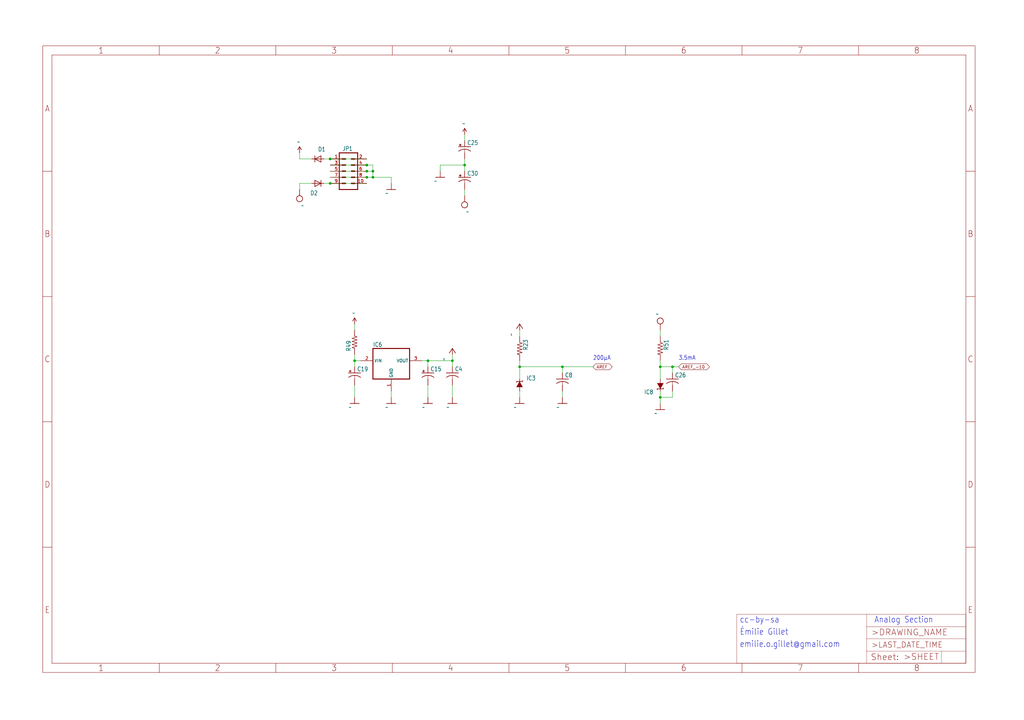
<source format=kicad_sch>
(kicad_sch (version 20211123) (generator eeschema)
  (paper "User" 425.45 299.161)
  (lib_symbols
    (symbol "braids-eagle-import:+3V3" (power)
      (property "Value" "+3V3" (at -2.54 -5.08 90))
      (symbol "+3V3_1_0"
        (polyline (pts (xy 0 0) (xy -1.27 -1.905)) (stroke (width 0.254)))
        (polyline (pts (xy 1.27 -1.905) (xy 0 0)) (stroke (width 0.254)))
        (pin power_in line (at 0 -2.54 90) (length 2.54) (name "+3V3") (number "1"))
      )
    )
    (symbol "braids-eagle-import:A3L-LOC"
      (symbol "A3L-LOC_1_0"
        (polyline (pts (xy 0 52.07) (xy 3.81 52.07)))
        (polyline (pts (xy 0 104.14) (xy 3.81 104.14)))
        (polyline (pts (xy 0 156.21) (xy 3.81 156.21)))
        (polyline (pts (xy 0 208.28) (xy 3.81 208.28)))
        (polyline (pts (xy 3.81 3.81) (xy 3.81 256.54)))
        (polyline (pts (xy 48.4188 0) (xy 48.4188 3.81)))
        (polyline (pts (xy 48.4188 256.54) (xy 48.4188 260.35)))
        (polyline (pts (xy 96.8375 0) (xy 96.8375 3.81)))
        (polyline (pts (xy 96.8375 256.54) (xy 96.8375 260.35)))
        (polyline (pts (xy 145.2563 0) (xy 145.2563 3.81)))
        (polyline (pts (xy 145.2563 256.54) (xy 145.2563 260.35)))
        (polyline (pts (xy 193.675 0) (xy 193.675 3.81)))
        (polyline (pts (xy 193.675 256.54) (xy 193.675 260.35)))
        (polyline (pts (xy 242.0938 0) (xy 242.0938 3.81)))
        (polyline (pts (xy 242.0938 256.54) (xy 242.0938 260.35)))
        (polyline (pts (xy 288.29 3.81) (xy 288.29 24.13)) (stroke (width 0.1016)))
        (polyline (pts (xy 288.29 3.81) (xy 342.265 3.81)) (stroke (width 0.1016)))
        (polyline (pts (xy 288.29 24.13) (xy 342.265 24.13)) (stroke (width 0.1016)))
        (polyline (pts (xy 290.5125 0) (xy 290.5125 3.81)))
        (polyline (pts (xy 290.5125 256.54) (xy 290.5125 260.35)))
        (polyline (pts (xy 338.9313 0) (xy 338.9313 3.81)))
        (polyline (pts (xy 338.9313 256.54) (xy 338.9313 260.35)))
        (polyline (pts (xy 342.265 3.81) (xy 373.38 3.81)) (stroke (width 0.1016)))
        (polyline (pts (xy 342.265 8.89) (xy 342.265 3.81)) (stroke (width 0.1016)))
        (polyline (pts (xy 342.265 8.89) (xy 342.265 13.97)) (stroke (width 0.1016)))
        (polyline (pts (xy 342.265 13.97) (xy 342.265 19.05)) (stroke (width 0.1016)))
        (polyline (pts (xy 342.265 13.97) (xy 383.54 13.97)) (stroke (width 0.1016)))
        (polyline (pts (xy 342.265 19.05) (xy 342.265 24.13)) (stroke (width 0.1016)))
        (polyline (pts (xy 342.265 19.05) (xy 383.54 19.05)) (stroke (width 0.1016)))
        (polyline (pts (xy 342.265 24.13) (xy 383.54 24.13)) (stroke (width 0.1016)))
        (polyline (pts (xy 373.38 3.81) (xy 373.38 8.89)) (stroke (width 0.1016)))
        (polyline (pts (xy 373.38 3.81) (xy 383.54 3.81)) (stroke (width 0.1016)))
        (polyline (pts (xy 373.38 8.89) (xy 342.265 8.89)) (stroke (width 0.1016)))
        (polyline (pts (xy 373.38 8.89) (xy 383.54 8.89)) (stroke (width 0.1016)))
        (polyline (pts (xy 383.54 3.81) (xy 3.81 3.81)))
        (polyline (pts (xy 383.54 3.81) (xy 383.54 8.89)) (stroke (width 0.1016)))
        (polyline (pts (xy 383.54 3.81) (xy 383.54 256.54)))
        (polyline (pts (xy 383.54 8.89) (xy 383.54 13.97)) (stroke (width 0.1016)))
        (polyline (pts (xy 383.54 13.97) (xy 383.54 19.05)) (stroke (width 0.1016)))
        (polyline (pts (xy 383.54 19.05) (xy 383.54 24.13)) (stroke (width 0.1016)))
        (polyline (pts (xy 383.54 52.07) (xy 387.35 52.07)))
        (polyline (pts (xy 383.54 104.14) (xy 387.35 104.14)))
        (polyline (pts (xy 383.54 156.21) (xy 387.35 156.21)))
        (polyline (pts (xy 383.54 208.28) (xy 387.35 208.28)))
        (polyline (pts (xy 383.54 256.54) (xy 3.81 256.54)))
        (polyline (pts (xy 0 0) (xy 387.35 0) (xy 387.35 260.35) (xy 0 260.35) (xy 0 0)))
        (text "1" (at 24.2094 1.905 0) (effects (font (size 2.54 2.286))))
        (text "1" (at 24.2094 258.445 0) (effects (font (size 2.54 2.286))))
        (text "2" (at 72.6281 1.905 0) (effects (font (size 2.54 2.286))))
        (text "2" (at 72.6281 258.445 0) (effects (font (size 2.54 2.286))))
        (text "3" (at 121.0469 1.905 0) (effects (font (size 2.54 2.286))))
        (text "3" (at 121.0469 258.445 0) (effects (font (size 2.54 2.286))))
        (text "4" (at 169.4656 1.905 0) (effects (font (size 2.54 2.286))))
        (text "4" (at 169.4656 258.445 0) (effects (font (size 2.54 2.286))))
        (text "5" (at 217.8844 1.905 0) (effects (font (size 2.54 2.286))))
        (text "5" (at 217.8844 258.445 0) (effects (font (size 2.54 2.286))))
        (text "6" (at 266.3031 1.905 0) (effects (font (size 2.54 2.286))))
        (text "6" (at 266.3031 258.445 0) (effects (font (size 2.54 2.286))))
        (text "7" (at 314.7219 1.905 0) (effects (font (size 2.54 2.286))))
        (text "7" (at 314.7219 258.445 0) (effects (font (size 2.54 2.286))))
        (text "8" (at 363.1406 1.905 0) (effects (font (size 2.54 2.286))))
        (text "8" (at 363.1406 258.445 0) (effects (font (size 2.54 2.286))))
        (text ">DRAWING_NAME" (at 344.17 15.24 0) (effects (font (size 2.54 2.54)) (justify left bottom)))
        (text ">LAST_DATE_TIME" (at 344.17 10.16 0) (effects (font (size 2.286 2.286)) (justify left bottom)))
        (text ">SHEET" (at 357.505 5.08 0) (effects (font (size 2.54 2.54)) (justify left bottom)))
        (text "A" (at 1.905 234.315 0) (effects (font (size 2.54 2.286))))
        (text "A" (at 385.445 234.315 0) (effects (font (size 2.54 2.286))))
        (text "B" (at 1.905 182.245 0) (effects (font (size 2.54 2.286))))
        (text "B" (at 385.445 182.245 0) (effects (font (size 2.54 2.286))))
        (text "C" (at 1.905 130.175 0) (effects (font (size 2.54 2.286))))
        (text "C" (at 385.445 130.175 0) (effects (font (size 2.54 2.286))))
        (text "D" (at 1.905 78.105 0) (effects (font (size 2.54 2.286))))
        (text "D" (at 385.445 78.105 0) (effects (font (size 2.54 2.286))))
        (text "E" (at 1.905 26.035 0) (effects (font (size 2.54 2.286))))
        (text "E" (at 385.445 26.035 0) (effects (font (size 2.54 2.286))))
        (text "Sheet:" (at 343.916 4.953 0) (effects (font (size 2.54 2.54)) (justify left bottom)))
      )
    )
    (symbol "braids-eagle-import:C-USC0603"
      (property "Reference" "C" (at 1.016 0.635 0))
      (property "Value" "C-USC0603" (at 1.016 -4.191 0))
      (symbol "C-USC0603_1_0"
        (arc (start 0 -1.0161) (mid -1.302 -1.2303) (end -2.4668 -1.8504) (stroke (width 0.254)))
        (polyline (pts (xy -2.54 0) (xy 2.54 0)) (stroke (width 0.254)))
        (polyline (pts (xy 0 -1.016) (xy 0 -2.54)) (stroke (width 0.1524)))
        (arc (start 2.4892 -1.8542) (mid 1.3158 -1.2195) (end 0 -1) (stroke (width 0.254)))
        (pin passive line (at 0 2.54 270) (length 2.54) (name "1") (number "1"))
        (pin passive line (at 0 -5.08 90) (length 2.54) (name "2") (number "2"))
      )
    )
    (symbol "braids-eagle-import:CPOL-USC"
      (property "Reference" "C" (at 1.016 0.635 0))
      (property "Value" "CPOL-USC" (at 1.016 -4.191 0))
      (symbol "CPOL-USC_1_0"
        (rectangle (start -2.253 0.668) (end -1.364 0.795) (fill (type outline)))
        (rectangle (start -1.872 0.287) (end -1.745 1.176) (fill (type outline)))
        (arc (start 0 -1.0161) (mid -1.3021 -1.2302) (end -2.4669 -1.8504) (stroke (width 0.254)))
        (polyline (pts (xy -2.54 0) (xy 2.54 0)) (stroke (width 0.254)))
        (polyline (pts (xy 0 -1.016) (xy 0 -2.54)) (stroke (width 0.1524)))
        (arc (start 2.4892 -1.8542) (mid 1.3158 -1.2195) (end 0 -1) (stroke (width 0.254)))
        (pin passive line (at 0 2.54 270) (length 2.54) (name "+") (number "+"))
        (pin passive line (at 0 -5.08 90) (length 2.54) (name "-") (number "-"))
      )
    )
    (symbol "braids-eagle-import:CPOL-USD"
      (property "Reference" "C" (at 1.016 0.635 0))
      (property "Value" "CPOL-USD" (at 1.016 -4.191 0))
      (symbol "CPOL-USD_1_0"
        (rectangle (start -2.253 0.668) (end -1.364 0.795) (fill (type outline)))
        (rectangle (start -1.872 0.287) (end -1.745 1.176) (fill (type outline)))
        (arc (start 0 -1.0161) (mid -1.3021 -1.2302) (end -2.4669 -1.8504) (stroke (width 0.254)))
        (polyline (pts (xy -2.54 0) (xy 2.54 0)) (stroke (width 0.254)))
        (polyline (pts (xy 0 -1.016) (xy 0 -2.54)) (stroke (width 0.1524)))
        (arc (start 2.4892 -1.8542) (mid 1.3158 -1.2195) (end 0 -1) (stroke (width 0.254)))
        (pin passive line (at 0 2.54 270) (length 2.54) (name "+") (number "+"))
        (pin passive line (at 0 -5.08 90) (length 2.54) (name "-") (number "-"))
      )
    )
    (symbol "braids-eagle-import:DIODE-SOD123"
      (property "Reference" "D" (at 2.54 0.4826 0))
      (property "Value" "DIODE-SOD123" (at 2.54 -2.3114 0))
      (symbol "DIODE-SOD123_1_0"
        (polyline (pts (xy -1.27 -1.27) (xy 1.27 0)) (stroke (width 0.254)))
        (polyline (pts (xy -1.27 1.27) (xy -1.27 -1.27)) (stroke (width 0.254)))
        (polyline (pts (xy 1.27 0) (xy -1.27 1.27)) (stroke (width 0.254)))
        (polyline (pts (xy 1.27 0) (xy 1.27 -1.27)) (stroke (width 0.254)))
        (polyline (pts (xy 1.27 1.27) (xy 1.27 0)) (stroke (width 0.254)))
        (pin passive line (at -2.54 0 0) (length 2.54) (name "A") (number "A"))
        (pin passive line (at 2.54 0 180) (length 2.54) (name "C") (number "C"))
      )
    )
    (symbol "braids-eagle-import:GND" (power)
      (property "Value" "GND" (at -2.54 -2.54 0))
      (symbol "GND_1_0"
        (polyline (pts (xy -1.905 0) (xy 1.905 0)) (stroke (width 0.254)))
        (pin power_in line (at 0 2.54 270) (length 2.54) (name "GND") (number "1"))
      )
    )
    (symbol "braids-eagle-import:LM4041DBZ"
      (property "Reference" "IC" (at 2.794 1.905 0))
      (property "Value" "LM4041DBZ" (at 2.794 -0.889 0))
      (symbol "LM4041DBZ_1_0"
        (polyline (pts (xy -1.27 1.524) (xy -1.27 1.143)) (stroke (width 0.254)))
        (polyline (pts (xy 0 1.524) (xy -1.27 1.524)) (stroke (width 0.254)))
        (polyline (pts (xy 1.27 1.524) (xy 0 1.524)) (stroke (width 0.254)))
        (polyline (pts (xy 1.27 1.905) (xy 1.27 1.524)) (stroke (width 0.254)))
        (polyline (pts (xy 0 1.524) (xy -1.27 -0.762) (xy 1.27 -0.762)) (fill (type outline)))
        (pin passive line (at 0 2.54 270) (length 2.54) (name "C") (number "1"))
        (pin passive line (at 0 -2.54 90) (length 2.54) (name "A") (number "2"))
      )
    )
    (symbol "braids-eagle-import:M05X2PTH"
      (property "Reference" "JP" (at -2.54 8.382 0))
      (property "Value" "M05X2PTH" (at -2.54 -10.16 0))
      (symbol "M05X2PTH_1_0"
        (polyline (pts (xy -3.81 7.62) (xy -3.81 -7.62)) (stroke (width 0.4064)))
        (polyline (pts (xy -3.81 7.62) (xy 3.81 7.62)) (stroke (width 0.4064)))
        (polyline (pts (xy -1.27 -5.08) (xy -2.54 -5.08)) (stroke (width 0.6096)))
        (polyline (pts (xy -1.27 -2.54) (xy -2.54 -2.54)) (stroke (width 0.6096)))
        (polyline (pts (xy -1.27 0) (xy -2.54 0)) (stroke (width 0.6096)))
        (polyline (pts (xy -1.27 2.54) (xy -2.54 2.54)) (stroke (width 0.6096)))
        (polyline (pts (xy -1.27 5.08) (xy -2.54 5.08)) (stroke (width 0.6096)))
        (polyline (pts (xy 1.27 -5.08) (xy 2.54 -5.08)) (stroke (width 0.6096)))
        (polyline (pts (xy 1.27 -2.54) (xy 2.54 -2.54)) (stroke (width 0.6096)))
        (polyline (pts (xy 1.27 0) (xy 2.54 0)) (stroke (width 0.6096)))
        (polyline (pts (xy 1.27 2.54) (xy 2.54 2.54)) (stroke (width 0.6096)))
        (polyline (pts (xy 1.27 5.08) (xy 2.54 5.08)) (stroke (width 0.6096)))
        (polyline (pts (xy 3.81 -7.62) (xy -3.81 -7.62)) (stroke (width 0.4064)))
        (polyline (pts (xy 3.81 -7.62) (xy 3.81 7.62)) (stroke (width 0.4064)))
        (pin passive line (at -7.62 5.08 0) (length 5.08) (name "1") (number "1"))
        (pin passive line (at 7.62 -5.08 180) (length 5.08) (name "10") (number "10"))
        (pin passive line (at 7.62 5.08 180) (length 5.08) (name "2") (number "2"))
        (pin passive line (at -7.62 2.54 0) (length 5.08) (name "3") (number "3"))
        (pin passive line (at 7.62 2.54 180) (length 5.08) (name "4") (number "4"))
        (pin passive line (at -7.62 0 0) (length 5.08) (name "5") (number "5"))
        (pin passive line (at 7.62 0 180) (length 5.08) (name "6") (number "6"))
        (pin passive line (at -7.62 -2.54 0) (length 5.08) (name "7") (number "7"))
        (pin passive line (at 7.62 -2.54 180) (length 5.08) (name "8") (number "8"))
        (pin passive line (at -7.62 -5.08 0) (length 5.08) (name "9") (number "9"))
      )
    )
    (symbol "braids-eagle-import:R-US_R0603"
      (property "Reference" "R" (at -3.81 1.4986 0))
      (property "Value" "R-US_R0603" (at -3.81 -3.302 0))
      (symbol "R-US_R0603_1_0"
        (polyline (pts (xy -2.54 0) (xy -2.159 1.016)) (stroke (width 0.2032)))
        (polyline (pts (xy -2.159 1.016) (xy -1.524 -1.016)) (stroke (width 0.2032)))
        (polyline (pts (xy -1.524 -1.016) (xy -0.889 1.016)) (stroke (width 0.2032)))
        (polyline (pts (xy -0.889 1.016) (xy -0.254 -1.016)) (stroke (width 0.2032)))
        (polyline (pts (xy -0.254 -1.016) (xy 0.381 1.016)) (stroke (width 0.2032)))
        (polyline (pts (xy 0.381 1.016) (xy 1.016 -1.016)) (stroke (width 0.2032)))
        (polyline (pts (xy 1.016 -1.016) (xy 1.651 1.016)) (stroke (width 0.2032)))
        (polyline (pts (xy 1.651 1.016) (xy 2.286 -1.016)) (stroke (width 0.2032)))
        (polyline (pts (xy 2.286 -1.016) (xy 2.54 0)) (stroke (width 0.2032)))
        (pin passive line (at -5.08 0 0) (length 2.54) (name "1") (number "1"))
        (pin passive line (at 5.08 0 180) (length 2.54) (name "2") (number "2"))
      )
    )
    (symbol "braids-eagle-import:R-US_R1206"
      (property "Reference" "R" (at -3.81 1.4986 0))
      (property "Value" "R-US_R1206" (at -3.81 -3.302 0))
      (symbol "R-US_R1206_1_0"
        (polyline (pts (xy -2.54 0) (xy -2.159 1.016)) (stroke (width 0.2032)))
        (polyline (pts (xy -2.159 1.016) (xy -1.524 -1.016)) (stroke (width 0.2032)))
        (polyline (pts (xy -1.524 -1.016) (xy -0.889 1.016)) (stroke (width 0.2032)))
        (polyline (pts (xy -0.889 1.016) (xy -0.254 -1.016)) (stroke (width 0.2032)))
        (polyline (pts (xy -0.254 -1.016) (xy 0.381 1.016)) (stroke (width 0.2032)))
        (polyline (pts (xy 0.381 1.016) (xy 1.016 -1.016)) (stroke (width 0.2032)))
        (polyline (pts (xy 1.016 -1.016) (xy 1.651 1.016)) (stroke (width 0.2032)))
        (polyline (pts (xy 1.651 1.016) (xy 2.286 -1.016)) (stroke (width 0.2032)))
        (polyline (pts (xy 2.286 -1.016) (xy 2.54 0)) (stroke (width 0.2032)))
        (pin passive line (at -5.08 0 0) (length 2.54) (name "1") (number "1"))
        (pin passive line (at 5.08 0 180) (length 2.54) (name "2") (number "2"))
      )
    )
    (symbol "braids-eagle-import:REG1117T"
      (property "Reference" "IC" (at -7.62 5.715 0))
      (property "Value" "REG1117T" (at -5.08 2.54 0))
      (symbol "REG1117T_1_0"
        (polyline (pts (xy -7.62 -7.62) (xy 7.62 -7.62)) (stroke (width 0.4064)))
        (polyline (pts (xy -7.62 5.08) (xy -7.62 -7.62)) (stroke (width 0.4064)))
        (polyline (pts (xy 7.62 -7.62) (xy 7.62 5.08)) (stroke (width 0.4064)))
        (polyline (pts (xy 7.62 5.08) (xy -7.62 5.08)) (stroke (width 0.4064)))
        (pin power_in line (at 0 -12.7 90) (length 5.08) (name "GND") (number "1"))
        (pin input line (at -12.7 0 0) (length 5.08) (name "VIN") (number "2"))
        (pin output line (at 12.7 0 180) (length 5.08) (name "VOUT") (number "3"))
      )
    )
    (symbol "braids-eagle-import:VCC" (power)
      (property "Value" "VCC" (at -1.016 3.556 0))
      (symbol "VCC_1_0"
        (polyline (pts (xy 0 2.54) (xy -0.762 1.27)) (stroke (width 0.254)))
        (polyline (pts (xy 0.762 1.27) (xy 0 2.54)) (stroke (width 0.254)))
        (pin power_in line (at 0 0 90) (length 2.54) (name "VCC") (number "1"))
      )
    )
    (symbol "braids-eagle-import:VEE" (power)
      (property "Value" "VEE" (at -1.905 3.175 0))
      (symbol "VEE_1_0"
        (circle (center 0 1.27) (radius 1.27) (stroke (width 0.254)))
        (pin power_in line (at 0 -2.54 90) (length 2.54) (name "VEE") (number "1"))
      )
    )
  )
  (junction (at 215.9 152.4))
  (junction (at 177.8 149.86))
  (junction (at 152.4 71.12))
  (junction (at 152.4 68.58))
  (junction (at 154.94 71.12))
  (junction (at 137.16 66.04))
  (junction (at 279.4 152.4))
  (junction (at 187.96 149.86))
  (junction (at 193.04 68.58))
  (junction (at 152.4 73.66))
  (junction (at 274.32 152.4))
  (junction (at 147.32 149.86))
  (junction (at 274.32 165.1))
  (junction (at 137.16 76.2))
  (junction (at 154.94 73.66))
  (junction (at 233.68 152.4))
  (wire (pts (xy 154.94 68.58) (xy 154.94 71.12)))
  (wire (pts (xy 137.16 68.58) (xy 152.4 68.58)))
  (wire (pts (xy 193.04 58.42) (xy 193.04 55.88)))
  (wire (pts (xy 215.9 162.56) (xy 215.9 165.1)))
  (wire (pts (xy 154.94 71.12) (xy 152.4 71.12)))
  (wire (pts (xy 193.04 68.58) (xy 193.04 71.12)))
  (wire (pts (xy 147.32 134.62) (xy 147.32 137.16)))
  (wire (pts (xy 233.68 162.56) (xy 233.68 165.1)))
  (wire (pts (xy 279.4 152.4) (xy 279.4 154.94)))
  (wire (pts (xy 162.56 73.66) (xy 162.56 76.2)))
  (wire (pts (xy 215.9 137.16) (xy 215.9 139.7)))
  (wire (pts (xy 193.04 66.04) (xy 193.04 68.58)))
  (wire (pts (xy 233.68 154.94) (xy 233.68 152.4)))
  (wire (pts (xy 124.46 76.2) (xy 124.46 78.74)))
  (wire (pts (xy 147.32 147.32) (xy 147.32 149.86)))
  (wire (pts (xy 147.32 149.86) (xy 149.86 149.86)))
  (wire (pts (xy 177.8 160.02) (xy 177.8 165.1)))
  (wire (pts (xy 134.62 76.2) (xy 137.16 76.2)))
  (wire (pts (xy 175.26 149.86) (xy 177.8 149.86)))
  (wire (pts (xy 279.4 152.4) (xy 281.94 152.4)))
  (wire (pts (xy 147.32 149.86) (xy 147.32 152.4)))
  (wire (pts (xy 124.46 66.04) (xy 129.54 66.04)))
  (wire (pts (xy 154.94 73.66) (xy 162.56 73.66)))
  (wire (pts (xy 233.68 152.4) (xy 246.38 152.4)))
  (wire (pts (xy 215.9 152.4) (xy 215.9 157.48)))
  (wire (pts (xy 137.16 73.66) (xy 152.4 73.66)))
  (wire (pts (xy 177.8 149.86) (xy 187.96 149.86)))
  (wire (pts (xy 187.96 149.86) (xy 187.96 152.4)))
  (wire (pts (xy 274.32 157.48) (xy 274.32 152.4)))
  (wire (pts (xy 147.32 160.02) (xy 147.32 165.1)))
  (wire (pts (xy 279.4 162.56) (xy 279.4 165.1)))
  (wire (pts (xy 215.9 149.86) (xy 215.9 152.4)))
  (wire (pts (xy 274.32 162.56) (xy 274.32 165.1)))
  (wire (pts (xy 274.32 165.1) (xy 274.32 167.64)))
  (wire (pts (xy 274.32 165.1) (xy 279.4 165.1)))
  (wire (pts (xy 152.4 71.12) (xy 137.16 71.12)))
  (wire (pts (xy 152.4 68.58) (xy 154.94 68.58)))
  (wire (pts (xy 124.46 76.2) (xy 129.54 76.2)))
  (wire (pts (xy 187.96 147.32) (xy 187.96 149.86)))
  (wire (pts (xy 233.68 152.4) (xy 215.9 152.4)))
  (wire (pts (xy 187.96 160.02) (xy 187.96 165.1)))
  (wire (pts (xy 152.4 73.66) (xy 154.94 73.66)))
  (wire (pts (xy 162.56 162.56) (xy 162.56 165.1)))
  (wire (pts (xy 124.46 66.04) (xy 124.46 63.5)))
  (wire (pts (xy 134.62 66.04) (xy 137.16 66.04)))
  (wire (pts (xy 274.32 152.4) (xy 274.32 149.86)))
  (wire (pts (xy 274.32 139.7) (xy 274.32 137.16)))
  (wire (pts (xy 177.8 152.4) (xy 177.8 149.86)))
  (wire (pts (xy 182.88 68.58) (xy 182.88 71.12)))
  (wire (pts (xy 193.04 68.58) (xy 182.88 68.58)))
  (wire (pts (xy 279.4 152.4) (xy 274.32 152.4)))
  (wire (pts (xy 137.16 66.04) (xy 152.4 66.04)))
  (wire (pts (xy 193.04 78.74) (xy 193.04 81.28)))
  (wire (pts (xy 137.16 76.2) (xy 152.4 76.2)))
  (wire (pts (xy 154.94 71.12) (xy 154.94 73.66)))
  (text "200µA" (at 246.38 149.86 180) (effects (font (size 1.778 1.5113)) (justify left bottom)))
  (text "Analog Section" (at 363.22 259.08 180) (effects (font (size 2.54 2.159)) (justify left bottom)))
  (text "cc-by-sa" (at 307.34 259.08 180) (effects (font (size 2.54 2.159)) (justify left bottom)))
  (text "3.5mA" (at 281.94 149.86 180) (effects (font (size 1.778 1.5113)) (justify left bottom)))
  (text "emilie.o.gillet@gmail.com" (at 307.34 269.24 180) (effects (font (size 2.54 2.159)) (justify left bottom)))
  (text "Émilie Gillet" (at 307.34 264.16 180) (effects (font (size 2.54 2.159)) (justify left bottom)))
  (global_label "AREF" (shape bidirectional) (at 246.38 152.4 0) (effects (font (size 1.2446 1.2446))) (property "Intersheet References" "${INTERSHEET_REFS}" (effects hide)))
  (global_label "AREF_-10" (shape bidirectional) (at 281.94 152.4 0) (effects (font (size 1.2446 1.2446))) (property "Intersheet References" "${INTERSHEET_REFS}" (effects hide)))
  (symbol (lib_id "braids-eagle-import:R-US_R0603") (at 274.32 144.78 270) (unit 1)
    (property "Reference" "R51" (at 275.8186 140.97 0) (effects (font (size 1.778 1.5113)) (justify left bottom)))
  )
  (symbol (lib_id "braids-eagle-import:REG1117T") (at 162.56 149.86 0) (unit 1)
    (property "Reference" "IC6" (at 154.94 144.145 0) (effects (font (size 1.778 1.5113)) (justify left bottom)))
  )
  (symbol (lib_id "braids-eagle-import:GND") (at 215.9 167.64 0) (unit 1)
    (property "Reference" "#GND40" (effects hide))
  )
  (symbol (lib_id "braids-eagle-import:VEE") (at 274.32 134.62 0) (unit 1)
    (property "Reference" "#SUPPLY3" (effects hide))
  )
  (symbol (lib_id "braids-eagle-import:VCC") (at 193.04 55.88 0) (unit 1)
    (property "Reference" "#P+3" (effects hide))
  )
  (symbol (lib_id "braids-eagle-import:CPOL-USC") (at 177.8 154.94 0) (unit 1)
    (property "Reference" "C15" (at 178.816 154.305 0) (effects (font (size 1.778 1.5113)) (justify left bottom)))
  )
  (symbol (lib_id "braids-eagle-import:VCC") (at 147.32 134.62 0) (unit 1)
    (property "Reference" "#P+8" (effects hide))
  )
  (symbol (lib_id "braids-eagle-import:C-USC0603") (at 279.4 157.48 0) (unit 1)
    (property "Reference" "C26" (at 280.416 156.845 0) (effects (font (size 1.778 1.5113)) (justify left bottom)))
  )
  (symbol (lib_id "braids-eagle-import:VEE") (at 193.04 83.82 180) (unit 1)
    (property "Reference" "#SUPPLY2" (effects hide))
  )
  (symbol (lib_id "braids-eagle-import:R-US_R0603") (at 215.9 144.78 270) (unit 1)
    (property "Reference" "R23" (at 217.3986 140.97 0) (effects (font (size 1.778 1.5113)) (justify left bottom)))
  )
  (symbol (lib_id "braids-eagle-import:GND") (at 162.56 167.64 0) (unit 1)
    (property "Reference" "#GND34" (effects hide))
  )
  (symbol (lib_id "braids-eagle-import:CPOL-USC") (at 147.32 154.94 0) (unit 1)
    (property "Reference" "C19" (at 148.336 154.305 0) (effects (font (size 1.778 1.5113)) (justify left bottom)))
  )
  (symbol (lib_id "braids-eagle-import:DIODE-SOD123") (at 132.08 76.2 0) (unit 1)
    (property "Reference" "D2" (at 132.08 79.2226 0) (effects (font (size 1.778 1.5113)) (justify right top)))
  )
  (symbol (lib_id "braids-eagle-import:GND") (at 177.8 167.64 0) (unit 1)
    (property "Reference" "#GND35" (effects hide))
  )
  (symbol (lib_id "braids-eagle-import:LM4041DBZ") (at 274.32 160.02 180) (unit 1)
    (property "Reference" "IC8" (at 271.526 161.925 0) (effects (font (size 1.778 1.5113)) (justify left bottom)))
  )
  (symbol (lib_id "braids-eagle-import:GND") (at 162.56 78.74 0) (unit 1)
    (property "Reference" "#GND1" (effects hide))
  )
  (symbol (lib_id "braids-eagle-import:DIODE-SOD123") (at 132.08 66.04 180) (unit 1)
    (property "Reference" "D1" (at 132.08 63.0174 0) (effects (font (size 1.778 1.5113)) (justify right top)))
  )
  (symbol (lib_id "braids-eagle-import:GND") (at 274.32 170.18 0) (unit 1)
    (property "Reference" "#GND69" (effects hide))
  )
  (symbol (lib_id "braids-eagle-import:CPOL-USD") (at 193.04 73.66 0) (unit 1)
    (property "Reference" "C30" (at 194.056 73.025 0) (effects (font (size 1.778 1.5113)) (justify left bottom)))
  )
  (symbol (lib_id "braids-eagle-import:GND") (at 233.68 167.64 0) (unit 1)
    (property "Reference" "#GND41" (effects hide))
  )
  (symbol (lib_id "braids-eagle-import:+3V3") (at 215.9 134.62 0) (unit 1)
    (property "Reference" "#+3V17" (effects hide))
  )
  (symbol (lib_id "braids-eagle-import:CPOL-USD") (at 193.04 60.96 0) (unit 1)
    (property "Reference" "C25" (at 194.056 60.325 0) (effects (font (size 1.778 1.5113)) (justify left bottom)))
  )
  (symbol (lib_id "braids-eagle-import:GND") (at 182.88 73.66 0) (unit 1)
    (property "Reference" "#GND2" (effects hide))
  )
  (symbol (lib_id "braids-eagle-import:C-USC0603") (at 187.96 154.94 0) (unit 1)
    (property "Reference" "C4" (at 188.976 154.305 0) (effects (font (size 1.778 1.5113)) (justify left bottom)))
  )
  (symbol (lib_id "braids-eagle-import:LM4041DBZ") (at 215.9 160.02 0) (unit 1)
    (property "Reference" "IC3" (at 218.694 158.115 0) (effects (font (size 1.778 1.5113)) (justify left bottom)))
  )
  (symbol (lib_id "braids-eagle-import:R-US_R1206") (at 147.32 142.24 90) (unit 1)
    (property "Reference" "R49" (at 145.8214 146.05 0) (effects (font (size 1.778 1.5113)) (justify left bottom)))
  )
  (symbol (lib_id "braids-eagle-import:GND") (at 147.32 167.64 0) (unit 1)
    (property "Reference" "#GND43" (effects hide))
  )
  (symbol (lib_id "braids-eagle-import:VEE") (at 124.46 81.28 180) (unit 1)
    (property "Reference" "#SUPPLY1" (effects hide))
  )
  (symbol (lib_id "braids-eagle-import:A3L-LOC") (at 17.78 279.4 0) (unit 1)
    (property "Reference" "#FRAME2" (effects hide))
  )
  (symbol (lib_id "braids-eagle-import:+3V3") (at 187.96 144.78 0) (unit 1)
    (property "Reference" "#+3V6" (effects hide))
  )
  (symbol (lib_id "braids-eagle-import:C-USC0603") (at 233.68 157.48 0) (unit 1)
    (property "Reference" "C8" (at 234.696 156.845 0) (effects (font (size 1.778 1.5113)) (justify left bottom)))
  )
  (symbol (lib_id "braids-eagle-import:VCC") (at 124.46 63.5 0) (unit 1)
    (property "Reference" "#P+2" (effects hide))
  )
  (symbol (lib_id "braids-eagle-import:M05X2PTH") (at 144.78 71.12 0) (unit 1)
    (property "Reference" "JP1" (at 142.24 62.738 0) (effects (font (size 1.778 1.5113)) (justify left bottom)))
  )
  (symbol (lib_id "braids-eagle-import:GND") (at 187.96 167.64 0) (unit 1)
    (property "Reference" "#GND36" (effects hide))
  )
)
</source>
